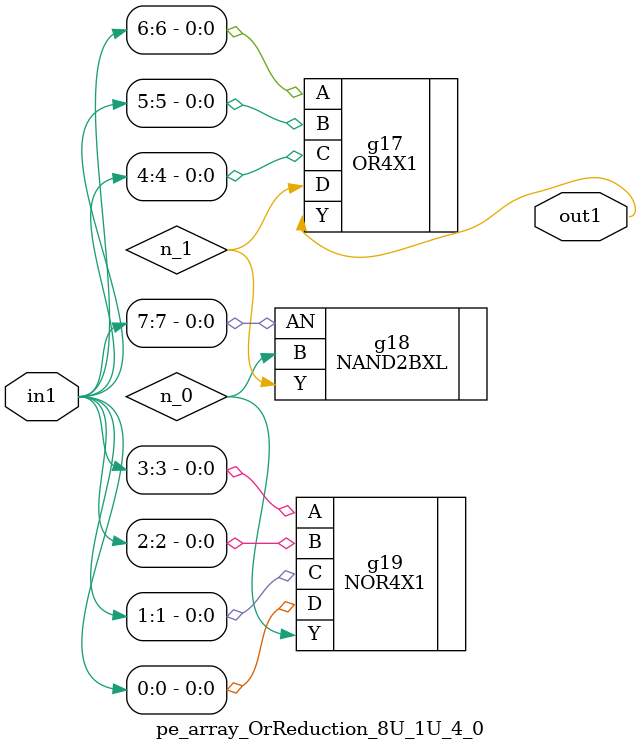
<source format=v>
`timescale 1ps / 1ps


module pe_array_OrReduction_8U_1U_4_0(in1, out1);
  input [7:0] in1;
  output out1;
  wire [7:0] in1;
  wire out1;
  wire n_0, n_1;
  OR4X1 g17(.A (in1[6]), .B (in1[5]), .C (in1[4]), .D (n_1), .Y (out1));
  NAND2BXL g18(.AN (in1[7]), .B (n_0), .Y (n_1));
  NOR4X1 g19(.A (in1[3]), .B (in1[2]), .C (in1[1]), .D (in1[0]), .Y
       (n_0));
endmodule



</source>
